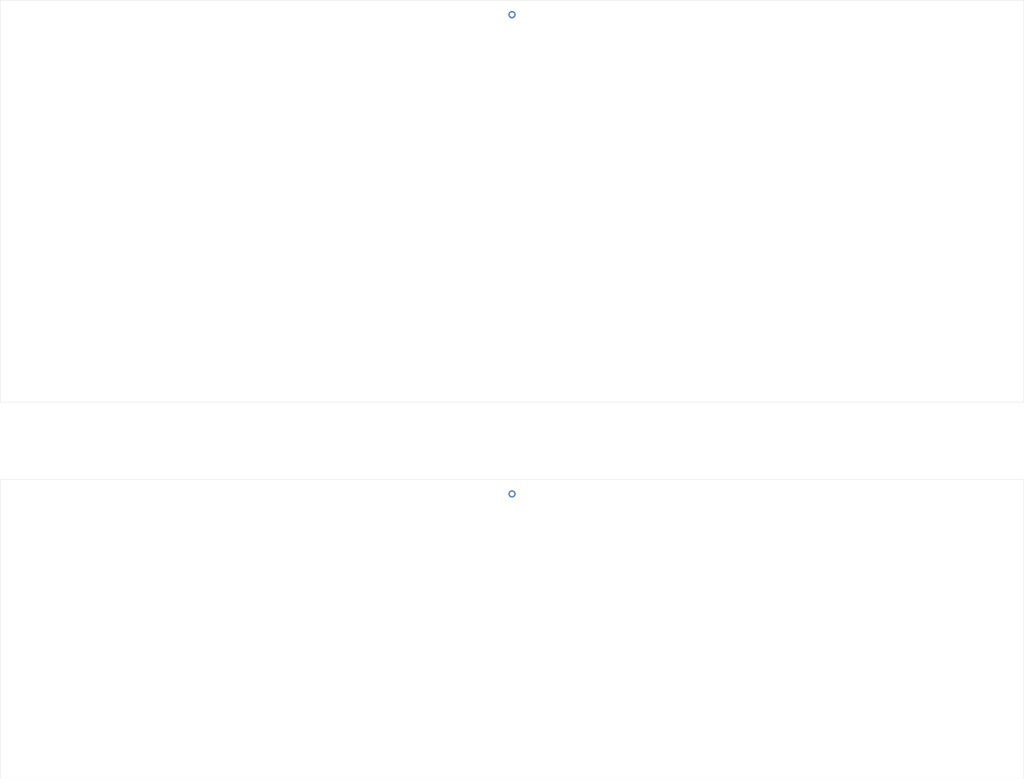
<source format=kicad_pcb>

(kicad_pcb
  (version 4)
  (host antennas.py "2020-05-23T17:38:38.061536")
  (page A0)
  (layers
    (0 F.Cu signal)
    (31 B.Cu signal hide)
    (40 Dwgs.User user)
    (44 Edge.Cuts user))
  (net 0 "")
  (net 1 Antennas)
  (net_class Default ""
    (clearance 0.2000)
    (trace_width 0.2000)
    (via_dia 0.8000)
    (via_drill 0.4000))
  (module X0
    (layer F.Cu)
    (tedit 0)
    (tstamp 0)
    (at 195.9292 25.0000)
    (pad 1 thru_hole circle
      (at 0 0)
      (size 2.5000 2.5000)
      (drill 1.5000)
      (layers F.Cu)
      (zone_connect 2)
      (net 1 Antennas)))
  (module X1
    (layer F.Cu)
    (tedit 0)
    (tstamp 0)
    (at 195.9292 189.7127)
    (pad 1 thru_hole circle
      (at 0 0)
      (size 2.5000 2.5000)
      (drill 1.5000)
      (layers F.Cu)
      (zone_connect 2)
      (net 1 Antennas)))
  (gr_line
    (start 20.0000 158.1418)
    (end 20.0000 20.0000)
    (layer Edge.Cuts)
    (width 0.1000))
  (gr_line
    (start 20.0000 20.0000)
    (end 371.8584 20.0000)
    (layer Edge.Cuts)
    (width 0.1000))
  (gr_line
    (start 371.8584 20.0000)
    (end 371.8584 158.1418)
    (layer Edge.Cuts)
    (width 0.1000))
  (gr_line
    (start 371.8584 158.1418)
    (end 20.0000 158.1418)
    (layer Edge.Cuts)
    (width 0.1000))
  (gr_line
    (start 20.0000 287.7127)
    (end 20.0000 184.7127)
    (layer Edge.Cuts)
    (width 0.1000))
  (gr_line
    (start 20.0000 184.7127)
    (end 371.8584 184.7127)
    (layer Edge.Cuts)
    (width 0.1000))
  (gr_line
    (start 371.8584 184.7127)
    (end 371.8584 287.7127)
    (layer Edge.Cuts)
    (width 0.1000))
  (gr_line
    (start 371.8584 287.7127)
    (end 20.0000 287.7127)
    (layer Edge.Cuts)
    (width 0.1000))
  (zone
    (net 1)
    (net_name Antennas)
    (layer F.Cu)
    (tstamp 0)
    (hatch edge 0.5000)
    (connect_pads
      (clearance 0.3000))
    (min_thickness 0.0500)
    (fill yes
      (arc_segments 32)
      (thermal_gap 0.3000)
      (thermal_bridge_width 0.2500))
    (polygon
      (pts
        (xy 52.9646 38.1418)
        (xy 52.9646 153.1418)
        (xy 162.9646 153.1418)
        (xy 162.9646 38.1418)
        (xy 110.4646 38.1418)
        (xy 110.4646 65.0000)
        (xy 105.4646 65.0000)
        (xy 105.4646 38.1418)
        (xy 52.9646 38.1418))))
  (zone
    (net 1)
    (net_name Antennas)
    (layer F.Cu)
    (tstamp 0)
    (hatch edge 0.5000)
    (connect_pads
      (clearance 0.3000))
    (min_thickness 0.0500)
    (fill yes
      (arc_segments 32)
      (thermal_gap 0.3000)
      (thermal_bridge_width 0.2500))
    (polygon
      (pts
        (xy 228.8938 38.1418)
        (xy 228.8938 153.1418)
        (xy 338.8938 153.1418)
        (xy 338.8938 38.1418)
        (xy 286.3938 38.1418)
        (xy 286.3938 65.0000)
        (xy 281.3938 65.0000)
        (xy 281.3938 38.1418)
        (xy 228.8938 38.1418))))
  (zone
    (net 1)
    (net_name Antennas)
    (layer F.Cu)
    (tstamp 0)
    (hatch edge 0.5000)
    (connect_pads
      (clearance 0.3000))
    (min_thickness 0.0500)
    (fill yes
      (arc_segments 32)
      (thermal_gap 0.3000)
      (thermal_bridge_width 0.2500))
    (polygon
      (pts
        (xy 108.1886 65.0000)
        (xy 108.1886 25.2240)
        (xy 195.6415 25.2240)
        (xy 196.1532 24.7123)
        (xy 196.1532 24.7760)
        (xy 195.7052 24.7760)
        (xy 195.7052 24.7760)
        (xy 108.2523 24.7760)
        (xy 107.7406 25.2877)
        (xy 107.7406 65.0000)
        (xy 108.1886 65.0000))))
  (zone
    (net 1)
    (net_name Antennas)
    (layer F.Cu)
    (tstamp 0)
    (hatch edge 0.5000)
    (connect_pads
      (clearance 0.3000))
    (min_thickness 0.0500)
    (fill yes
      (arc_segments 32)
      (thermal_gap 0.3000)
      (thermal_bridge_width 0.2500))
    (polygon
      (pts
        (xy 284.1178 65.0000)
        (xy 284.1178 25.2877)
        (xy 283.6061 24.7760)
        (xy 196.1532 24.7760)
        (xy 196.1532 24.7760)
        (xy 195.7052 24.7760)
        (xy 195.7052 24.7123)
        (xy 196.2169 25.2240)
        (xy 283.6698 25.2240)
        (xy 283.6698 65.0000)
        (xy 284.1178 65.0000))))
  (zone
    (net 1)
    (net_name Antennas)
    (layer F.Cu)
    (tstamp 0)
    (hatch edge 0.5000)
    (connect_pads
      (clearance 0.3000))
    (min_thickness 0.0500)
    (fill yes
      (arc_segments 32)
      (thermal_gap 0.3000)
      (thermal_bridge_width 0.2500))
    (polygon
      (pts
        (xy 195.4292 24.5000)
        (xy 195.4292 25.5000)
        (xy 196.4292 25.5000)
        (xy 196.4292 24.5000))))
  (zone
    (net 1)
    (net_name Antennas)
    (layer F.Cu)
    (tstamp 0)
    (hatch edge 0.5000)
    (connect_pads
      (clearance 0.3000))
    (min_thickness 0.0500)
    (fill yes
      (arc_segments 32)
      (thermal_gap 0.3000)
      (thermal_bridge_width 0.2500))
    (polygon
      (pts
        (xy 32.4823 219.7127)
        (xy 32.4823 280.2127)
        (xy 34.9823 282.7127)
        (xy 95.4823 282.7127)
        (xy 95.4823 222.2127)
        (xy 92.9823 219.7127)
        (xy 32.4823 219.7127))))
  (zone
    (net 1)
    (net_name Antennas)
    (layer F.Cu)
    (tstamp 0)
    (hatch edge 0.5000)
    (connect_pads
      (clearance 0.3000))
    (min_thickness 0.0500)
    (fill yes
      (arc_segments 32)
      (thermal_gap 0.3000)
      (thermal_bridge_width 0.2500))
    (polygon
      (pts
        (xy 120.4469 219.7127)
        (xy 120.4469 280.2127)
        (xy 122.9469 282.7127)
        (xy 183.4469 282.7127)
        (xy 183.4469 222.2127)
        (xy 180.9469 219.7127)
        (xy 120.4469 219.7127))))
  (zone
    (net 1)
    (net_name Antennas)
    (layer F.Cu)
    (tstamp 0)
    (hatch edge 0.5000)
    (connect_pads
      (clearance 0.3000))
    (min_thickness 0.0500)
    (fill yes
      (arc_segments 32)
      (thermal_gap 0.3000)
      (thermal_bridge_width 0.2500))
    (polygon
      (pts
        (xy 208.4115 219.7127)
        (xy 208.4115 280.2127)
        (xy 210.9115 282.7127)
        (xy 271.4115 282.7127)
        (xy 271.4115 222.2127)
        (xy 268.9115 219.7127)
        (xy 208.4115 219.7127))))
  (zone
    (net 1)
    (net_name Antennas)
    (layer F.Cu)
    (tstamp 0)
    (hatch edge 0.5000)
    (connect_pads
      (clearance 0.3000))
    (min_thickness 0.0500)
    (fill yes
      (arc_segments 32)
      (thermal_gap 0.3000)
      (thermal_bridge_width 0.2500))
    (polygon
      (pts
        (xy 296.3761 219.7127)
        (xy 296.3761 280.2127)
        (xy 298.8761 282.7127)
        (xy 359.3761 282.7127)
        (xy 359.3761 222.2127)
        (xy 356.8761 219.7127)
        (xy 296.3761 219.7127))))
  (zone
    (net 1)
    (net_name Antennas)
    (layer F.Cu)
    (tstamp 0)
    (hatch edge 0.5000)
    (connect_pads
      (clearance 0.3000))
    (min_thickness 0.0500)
    (fill yes
      (arc_segments 32)
      (thermal_gap 0.3000)
      (thermal_bridge_width 0.2500))
    (polygon
      (pts
        (xy 64.1198 219.7127)
        (xy 64.1198 209.8502)
        (xy 90.2223 209.8502)
        (xy 90.2223 209.5752)
        (xy 64.2097 209.5752)
        (xy 63.8448 209.9401)
        (xy 63.8448 219.7127)
        (xy 64.1198 219.7127))))
  (zone
    (net 1)
    (net_name Antennas)
    (layer F.Cu)
    (tstamp 0)
    (hatch edge 0.5000)
    (connect_pads
      (clearance 0.3000))
    (min_thickness 0.0500)
    (fill yes
      (arc_segments 32)
      (thermal_gap 0.3000)
      (thermal_bridge_width 0.2500))
    (polygon
      (pts
        (xy 90.2223 209.9367)
        (xy 107.6769 209.9367)
        (xy 108.1886 209.4250)
        (xy 108.1886 209.4887)
        (xy 107.7406 209.4887)
        (xy 107.7406 209.4887)
        (xy 90.2223 209.4887)
        (xy 90.2223 209.9367))))
  (zone
    (net 1)
    (net_name Antennas)
    (layer F.Cu)
    (tstamp 0)
    (hatch edge 0.5000)
    (connect_pads
      (clearance 0.3000))
    (min_thickness 0.0500)
    (fill yes
      (arc_segments 32)
      (thermal_gap 0.3000)
      (thermal_bridge_width 0.2500))
    (polygon
      (pts
        (xy 152.0844 219.7127)
        (xy 152.0844 209.9401)
        (xy 151.7195 209.5752)
        (xy 125.7069 209.5752)
        (xy 125.7069 209.8502)
        (xy 151.8094 209.8502)
        (xy 151.8094 219.7127)
        (xy 152.0844 219.7127))))
  (zone
    (net 1)
    (net_name Antennas)
    (layer F.Cu)
    (tstamp 0)
    (hatch edge 0.5000)
    (connect_pads
      (clearance 0.3000))
    (min_thickness 0.0500)
    (fill yes
      (arc_segments 32)
      (thermal_gap 0.3000)
      (thermal_bridge_width 0.2500))
    (polygon
      (pts
        (xy 125.7069 209.4887)
        (xy 108.1886 209.4887)
        (xy 108.1886 209.4887)
        (xy 107.7406 209.4887)
        (xy 107.7406 209.4250)
        (xy 108.2523 209.9367)
        (xy 125.7069 209.9367)
        (xy 125.7069 209.4887))))
  (zone
    (net 1)
    (net_name Antennas)
    (layer F.Cu)
    (tstamp 0)
    (hatch edge 0.5000)
    (connect_pads
      (clearance 0.3000))
    (min_thickness 0.0500)
    (fill yes
      (arc_segments 32)
      (thermal_gap 0.3000)
      (thermal_bridge_width 0.2500))
    (polygon
      (pts
        (xy 240.0490 219.7127)
        (xy 240.0490 209.8502)
        (xy 266.1515 209.8502)
        (xy 266.1515 209.5752)
        (xy 240.1389 209.5752)
        (xy 239.7740 209.9401)
        (xy 239.7740 219.7127)
        (xy 240.0490 219.7127))))
  (zone
    (net 1)
    (net_name Antennas)
    (layer F.Cu)
    (tstamp 0)
    (hatch edge 0.5000)
    (connect_pads
      (clearance 0.3000))
    (min_thickness 0.0500)
    (fill yes
      (arc_segments 32)
      (thermal_gap 0.3000)
      (thermal_bridge_width 0.2500))
    (polygon
      (pts
        (xy 266.1515 209.9367)
        (xy 283.6061 209.9367)
        (xy 284.1178 209.4250)
        (xy 284.1178 209.4887)
        (xy 283.6698 209.4887)
        (xy 283.6698 209.4887)
        (xy 266.1515 209.4887)
        (xy 266.1515 209.9367))))
  (zone
    (net 1)
    (net_name Antennas)
    (layer F.Cu)
    (tstamp 0)
    (hatch edge 0.5000)
    (connect_pads
      (clearance 0.3000))
    (min_thickness 0.0500)
    (fill yes
      (arc_segments 32)
      (thermal_gap 0.3000)
      (thermal_bridge_width 0.2500))
    (polygon
      (pts
        (xy 328.0136 219.7127)
        (xy 328.0136 209.9401)
        (xy 327.6487 209.5752)
        (xy 301.6361 209.5752)
        (xy 301.6361 209.8502)
        (xy 327.7386 209.8502)
        (xy 327.7386 219.7127)
        (xy 328.0136 219.7127))))
  (zone
    (net 1)
    (net_name Antennas)
    (layer F.Cu)
    (tstamp 0)
    (hatch edge 0.5000)
    (connect_pads
      (clearance 0.3000))
    (min_thickness 0.0500)
    (fill yes
      (arc_segments 32)
      (thermal_gap 0.3000)
      (thermal_bridge_width 0.2500))
    (polygon
      (pts
        (xy 301.6361 209.4887)
        (xy 284.1178 209.4887)
        (xy 284.1178 209.4887)
        (xy 283.6698 209.4887)
        (xy 283.6698 209.4250)
        (xy 284.1815 209.9367)
        (xy 301.6361 209.9367)
        (xy 301.6361 209.4887))))
  (zone
    (net 1)
    (net_name Antennas)
    (layer F.Cu)
    (tstamp 0)
    (hatch edge 0.5000)
    (connect_pads
      (clearance 0.3000))
    (min_thickness 0.0500)
    (fill yes
      (arc_segments 32)
      (thermal_gap 0.3000)
      (thermal_bridge_width 0.2500))
    (polygon
      (pts
        (xy 108.4066 209.7127)
        (xy 108.4066 190.1547)
        (xy 123.2946 190.1547)
        (xy 123.2946 189.2707)
        (xy 108.3426 189.2707)
        (xy 107.5226 190.0907)
        (xy 107.5226 209.7127)
        (xy 108.4066 209.7127))))
  (zone
    (net 1)
    (net_name Antennas)
    (layer F.Cu)
    (tstamp 0)
    (hatch edge 0.5000)
    (connect_pads
      (clearance 0.3000))
    (min_thickness 0.0500)
    (fill yes
      (arc_segments 32)
      (thermal_gap 0.3000)
      (thermal_bridge_width 0.2500))
    (polygon
      (pts
        (xy 123.2946 189.9367)
        (xy 195.6415 189.9367)
        (xy 196.1532 189.4250)
        (xy 196.1532 189.4887)
        (xy 195.7052 189.4887)
        (xy 195.7052 189.4887)
        (xy 123.2946 189.4887)
        (xy 123.2946 189.9367))))
  (zone
    (net 1)
    (net_name Antennas)
    (layer F.Cu)
    (tstamp 0)
    (hatch edge 0.5000)
    (connect_pads
      (clearance 0.3000))
    (min_thickness 0.0500)
    (fill yes
      (arc_segments 32)
      (thermal_gap 0.3000)
      (thermal_bridge_width 0.2500))
    (polygon
      (pts
        (xy 284.3358 209.7127)
        (xy 284.3358 190.0907)
        (xy 283.5158 189.2707)
        (xy 268.5638 189.2707)
        (xy 268.5638 190.1547)
        (xy 283.4518 190.1547)
        (xy 283.4518 209.7127)
        (xy 284.3358 209.7127))))
  (zone
    (net 1)
    (net_name Antennas)
    (layer F.Cu)
    (tstamp 0)
    (hatch edge 0.5000)
    (connect_pads
      (clearance 0.3000))
    (min_thickness 0.0500)
    (fill yes
      (arc_segments 32)
      (thermal_gap 0.3000)
      (thermal_bridge_width 0.2500))
    (polygon
      (pts
        (xy 268.5638 189.4887)
        (xy 196.1532 189.4887)
        (xy 196.1532 189.4887)
        (xy 195.7052 189.4887)
        (xy 195.7052 189.4250)
        (xy 196.2169 189.9367)
        (xy 268.5638 189.9367)
        (xy 268.5638 189.4887))))
  (zone
    (net 1)
    (net_name Antennas)
    (layer F.Cu)
    (tstamp 0)
    (hatch edge 0.5000)
    (connect_pads
      (clearance 0.3000))
    (min_thickness 0.0500)
    (fill yes
      (arc_segments 32)
      (thermal_gap 0.3000)
      (thermal_bridge_width 0.2500))
    (polygon
      (pts
        (xy 195.4292 189.2127)
        (xy 195.4292 190.2127)
        (xy 196.4292 190.2127)
        (xy 196.4292 189.2127)))))

</source>
